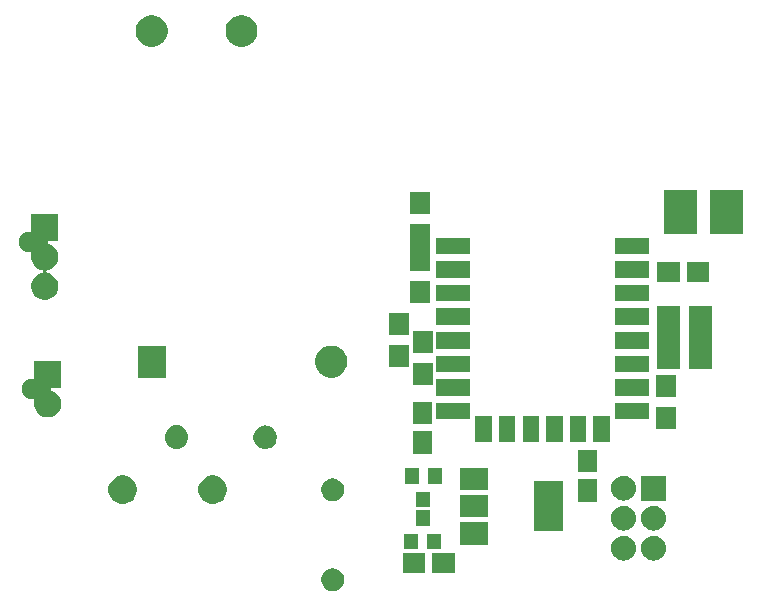
<source format=gbr>
G04 #@! TF.GenerationSoftware,KiCad,Pcbnew,(5.0.2)-1*
G04 #@! TF.CreationDate,2020-01-19T23:31:25+01:00*
G04 #@! TF.ProjectId,loftrelayRound,6c6f6674-7265-46c6-9179-526f756e642e,rev?*
G04 #@! TF.SameCoordinates,Original*
G04 #@! TF.FileFunction,Soldermask,Top*
G04 #@! TF.FilePolarity,Negative*
%FSLAX46Y46*%
G04 Gerber Fmt 4.6, Leading zero omitted, Abs format (unit mm)*
G04 Created by KiCad (PCBNEW (5.0.2)-1) date 19/01/2020 23:31:25*
%MOMM*%
%LPD*%
G01*
G04 APERTURE LIST*
%ADD10C,0.100000*%
G04 APERTURE END LIST*
D10*
G36*
X147507287Y-139393446D02*
X147600022Y-139411892D01*
X147774731Y-139484259D01*
X147929872Y-139587921D01*
X147931967Y-139589321D01*
X148065679Y-139723033D01*
X148170742Y-139880271D01*
X148243108Y-140054979D01*
X148280000Y-140240447D01*
X148280000Y-140429553D01*
X148243108Y-140615021D01*
X148170742Y-140789729D01*
X148065679Y-140946967D01*
X147931967Y-141080679D01*
X147931964Y-141080681D01*
X147774731Y-141185741D01*
X147600022Y-141258108D01*
X147507287Y-141276554D01*
X147414553Y-141295000D01*
X147225447Y-141295000D01*
X147132713Y-141276554D01*
X147039978Y-141258108D01*
X146865269Y-141185741D01*
X146708036Y-141080681D01*
X146708033Y-141080679D01*
X146574321Y-140946967D01*
X146469258Y-140789729D01*
X146396892Y-140615021D01*
X146360000Y-140429553D01*
X146360000Y-140240447D01*
X146396892Y-140054979D01*
X146469258Y-139880271D01*
X146574321Y-139723033D01*
X146708033Y-139589321D01*
X146710128Y-139587922D01*
X146865269Y-139484259D01*
X147039978Y-139411892D01*
X147132713Y-139393446D01*
X147225447Y-139375000D01*
X147414553Y-139375000D01*
X147507287Y-139393446D01*
X147507287Y-139393446D01*
G37*
G36*
X157668000Y-139763000D02*
X155768000Y-139763000D01*
X155768000Y-138113000D01*
X157668000Y-138113000D01*
X157668000Y-139763000D01*
X157668000Y-139763000D01*
G37*
G36*
X155168000Y-139763000D02*
X153268000Y-139763000D01*
X153268000Y-138113000D01*
X155168000Y-138113000D01*
X155168000Y-139763000D01*
X155168000Y-139763000D01*
G37*
G36*
X174626707Y-136625597D02*
X174703836Y-136633193D01*
X174835787Y-136673220D01*
X174901763Y-136693233D01*
X175084172Y-136790733D01*
X175244054Y-136921946D01*
X175375267Y-137081828D01*
X175472767Y-137264237D01*
X175472767Y-137264238D01*
X175532807Y-137462164D01*
X175553080Y-137668000D01*
X175532807Y-137873836D01*
X175492780Y-138005787D01*
X175472767Y-138071763D01*
X175375267Y-138254172D01*
X175244054Y-138414054D01*
X175084172Y-138545267D01*
X174901763Y-138642767D01*
X174835787Y-138662780D01*
X174703836Y-138702807D01*
X174626707Y-138710403D01*
X174549580Y-138718000D01*
X174446420Y-138718000D01*
X174369293Y-138710403D01*
X174292164Y-138702807D01*
X174160213Y-138662780D01*
X174094237Y-138642767D01*
X173911828Y-138545267D01*
X173751946Y-138414054D01*
X173620733Y-138254172D01*
X173523233Y-138071763D01*
X173503220Y-138005787D01*
X173463193Y-137873836D01*
X173442920Y-137668000D01*
X173463193Y-137462164D01*
X173523233Y-137264238D01*
X173523233Y-137264237D01*
X173620733Y-137081828D01*
X173751946Y-136921946D01*
X173911828Y-136790733D01*
X174094237Y-136693233D01*
X174160213Y-136673220D01*
X174292164Y-136633193D01*
X174369293Y-136625597D01*
X174446420Y-136618000D01*
X174549580Y-136618000D01*
X174626707Y-136625597D01*
X174626707Y-136625597D01*
G37*
G36*
X172086707Y-136625597D02*
X172163836Y-136633193D01*
X172295787Y-136673220D01*
X172361763Y-136693233D01*
X172544172Y-136790733D01*
X172704054Y-136921946D01*
X172835267Y-137081828D01*
X172932767Y-137264237D01*
X172932767Y-137264238D01*
X172992807Y-137462164D01*
X173013080Y-137668000D01*
X172992807Y-137873836D01*
X172952780Y-138005787D01*
X172932767Y-138071763D01*
X172835267Y-138254172D01*
X172704054Y-138414054D01*
X172544172Y-138545267D01*
X172361763Y-138642767D01*
X172295787Y-138662780D01*
X172163836Y-138702807D01*
X172086707Y-138710403D01*
X172009580Y-138718000D01*
X171906420Y-138718000D01*
X171829293Y-138710403D01*
X171752164Y-138702807D01*
X171620213Y-138662780D01*
X171554237Y-138642767D01*
X171371828Y-138545267D01*
X171211946Y-138414054D01*
X171080733Y-138254172D01*
X170983233Y-138071763D01*
X170963220Y-138005787D01*
X170923193Y-137873836D01*
X170902920Y-137668000D01*
X170923193Y-137462164D01*
X170983233Y-137264238D01*
X170983233Y-137264237D01*
X171080733Y-137081828D01*
X171211946Y-136921946D01*
X171371828Y-136790733D01*
X171554237Y-136693233D01*
X171620213Y-136673220D01*
X171752164Y-136633193D01*
X171829293Y-136625597D01*
X171906420Y-136618000D01*
X172009580Y-136618000D01*
X172086707Y-136625597D01*
X172086707Y-136625597D01*
G37*
G36*
X154590000Y-137778000D02*
X153390000Y-137778000D01*
X153390000Y-136478000D01*
X154590000Y-136478000D01*
X154590000Y-137778000D01*
X154590000Y-137778000D01*
G37*
G36*
X156490000Y-137778000D02*
X155290000Y-137778000D01*
X155290000Y-136478000D01*
X156490000Y-136478000D01*
X156490000Y-137778000D01*
X156490000Y-137778000D01*
G37*
G36*
X160508000Y-137362000D02*
X158108000Y-137362000D01*
X158108000Y-135462000D01*
X160508000Y-135462000D01*
X160508000Y-137362000D01*
X160508000Y-137362000D01*
G37*
G36*
X166808000Y-136212000D02*
X164408000Y-136212000D01*
X164408000Y-132012000D01*
X166808000Y-132012000D01*
X166808000Y-136212000D01*
X166808000Y-136212000D01*
G37*
G36*
X172086707Y-134085597D02*
X172163836Y-134093193D01*
X172295787Y-134133220D01*
X172361763Y-134153233D01*
X172544172Y-134250733D01*
X172704054Y-134381946D01*
X172835267Y-134541828D01*
X172932767Y-134724237D01*
X172932767Y-134724238D01*
X172992807Y-134922164D01*
X173013080Y-135128000D01*
X172992807Y-135333836D01*
X172953929Y-135462000D01*
X172932767Y-135531763D01*
X172835267Y-135714172D01*
X172704054Y-135874054D01*
X172544172Y-136005267D01*
X172361763Y-136102767D01*
X172295787Y-136122780D01*
X172163836Y-136162807D01*
X172086707Y-136170403D01*
X172009580Y-136178000D01*
X171906420Y-136178000D01*
X171829293Y-136170403D01*
X171752164Y-136162807D01*
X171620213Y-136122780D01*
X171554237Y-136102767D01*
X171371828Y-136005267D01*
X171211946Y-135874054D01*
X171080733Y-135714172D01*
X170983233Y-135531763D01*
X170962071Y-135462000D01*
X170923193Y-135333836D01*
X170902920Y-135128000D01*
X170923193Y-134922164D01*
X170983233Y-134724238D01*
X170983233Y-134724237D01*
X171080733Y-134541828D01*
X171211946Y-134381946D01*
X171371828Y-134250733D01*
X171554237Y-134153233D01*
X171620213Y-134133220D01*
X171752164Y-134093193D01*
X171829293Y-134085597D01*
X171906420Y-134078000D01*
X172009580Y-134078000D01*
X172086707Y-134085597D01*
X172086707Y-134085597D01*
G37*
G36*
X174626707Y-134085597D02*
X174703836Y-134093193D01*
X174835787Y-134133220D01*
X174901763Y-134153233D01*
X175084172Y-134250733D01*
X175244054Y-134381946D01*
X175375267Y-134541828D01*
X175472767Y-134724237D01*
X175472767Y-134724238D01*
X175532807Y-134922164D01*
X175553080Y-135128000D01*
X175532807Y-135333836D01*
X175493929Y-135462000D01*
X175472767Y-135531763D01*
X175375267Y-135714172D01*
X175244054Y-135874054D01*
X175084172Y-136005267D01*
X174901763Y-136102767D01*
X174835787Y-136122780D01*
X174703836Y-136162807D01*
X174626707Y-136170403D01*
X174549580Y-136178000D01*
X174446420Y-136178000D01*
X174369293Y-136170403D01*
X174292164Y-136162807D01*
X174160213Y-136122780D01*
X174094237Y-136102767D01*
X173911828Y-136005267D01*
X173751946Y-135874054D01*
X173620733Y-135714172D01*
X173523233Y-135531763D01*
X173502071Y-135462000D01*
X173463193Y-135333836D01*
X173442920Y-135128000D01*
X173463193Y-134922164D01*
X173523233Y-134724238D01*
X173523233Y-134724237D01*
X173620733Y-134541828D01*
X173751946Y-134381946D01*
X173911828Y-134250733D01*
X174094237Y-134153233D01*
X174160213Y-134133220D01*
X174292164Y-134093193D01*
X174369293Y-134085597D01*
X174446420Y-134078000D01*
X174549580Y-134078000D01*
X174626707Y-134085597D01*
X174626707Y-134085597D01*
G37*
G36*
X155540000Y-135778000D02*
X154340000Y-135778000D01*
X154340000Y-134478000D01*
X155540000Y-134478000D01*
X155540000Y-135778000D01*
X155540000Y-135778000D01*
G37*
G36*
X160508000Y-135062000D02*
X158108000Y-135062000D01*
X158108000Y-133162000D01*
X160508000Y-133162000D01*
X160508000Y-135062000D01*
X160508000Y-135062000D01*
G37*
G36*
X155606000Y-134222000D02*
X154406000Y-134222000D01*
X154406000Y-132922000D01*
X155606000Y-132922000D01*
X155606000Y-134222000D01*
X155606000Y-134222000D01*
G37*
G36*
X137510026Y-131561115D02*
X137728412Y-131651573D01*
X137924958Y-131782901D01*
X138092099Y-131950042D01*
X138223427Y-132146588D01*
X138313885Y-132364974D01*
X138360000Y-132596809D01*
X138360000Y-132833191D01*
X138313885Y-133065026D01*
X138223427Y-133283412D01*
X138092099Y-133479958D01*
X137924958Y-133647099D01*
X137728412Y-133778427D01*
X137510026Y-133868885D01*
X137278191Y-133915000D01*
X137041809Y-133915000D01*
X136809974Y-133868885D01*
X136591588Y-133778427D01*
X136395042Y-133647099D01*
X136227901Y-133479958D01*
X136096573Y-133283412D01*
X136006115Y-133065026D01*
X135960000Y-132833191D01*
X135960000Y-132596809D01*
X136006115Y-132364974D01*
X136096573Y-132146588D01*
X136227901Y-131950042D01*
X136395042Y-131782901D01*
X136591588Y-131651573D01*
X136809974Y-131561115D01*
X137041809Y-131515000D01*
X137278191Y-131515000D01*
X137510026Y-131561115D01*
X137510026Y-131561115D01*
G37*
G36*
X129890026Y-131561115D02*
X130108412Y-131651573D01*
X130304958Y-131782901D01*
X130472099Y-131950042D01*
X130603427Y-132146588D01*
X130693885Y-132364974D01*
X130740000Y-132596809D01*
X130740000Y-132833191D01*
X130693885Y-133065026D01*
X130603427Y-133283412D01*
X130472099Y-133479958D01*
X130304958Y-133647099D01*
X130108412Y-133778427D01*
X129890026Y-133868885D01*
X129658191Y-133915000D01*
X129421809Y-133915000D01*
X129189974Y-133868885D01*
X128971588Y-133778427D01*
X128775042Y-133647099D01*
X128607901Y-133479958D01*
X128476573Y-133283412D01*
X128386115Y-133065026D01*
X128340000Y-132833191D01*
X128340000Y-132596809D01*
X128386115Y-132364974D01*
X128476573Y-132146588D01*
X128607901Y-131950042D01*
X128775042Y-131782901D01*
X128971588Y-131651573D01*
X129189974Y-131561115D01*
X129421809Y-131515000D01*
X129658191Y-131515000D01*
X129890026Y-131561115D01*
X129890026Y-131561115D01*
G37*
G36*
X169735000Y-133752000D02*
X168085000Y-133752000D01*
X168085000Y-131852000D01*
X169735000Y-131852000D01*
X169735000Y-133752000D01*
X169735000Y-133752000D01*
G37*
G36*
X147507287Y-131773446D02*
X147600022Y-131791892D01*
X147774731Y-131864259D01*
X147903114Y-131950042D01*
X147931967Y-131969321D01*
X148065679Y-132103033D01*
X148065681Y-132103036D01*
X148170741Y-132260269D01*
X148243108Y-132434978D01*
X148280000Y-132620448D01*
X148280000Y-132809552D01*
X148243108Y-132995022D01*
X148170741Y-133169731D01*
X148094782Y-133283412D01*
X148065679Y-133326967D01*
X147931967Y-133460679D01*
X147931964Y-133460681D01*
X147774731Y-133565741D01*
X147600022Y-133638108D01*
X147507287Y-133656554D01*
X147414553Y-133675000D01*
X147225447Y-133675000D01*
X147132713Y-133656554D01*
X147039978Y-133638108D01*
X146865269Y-133565741D01*
X146708036Y-133460681D01*
X146708033Y-133460679D01*
X146574321Y-133326967D01*
X146545218Y-133283412D01*
X146469259Y-133169731D01*
X146396892Y-132995022D01*
X146360000Y-132809552D01*
X146360000Y-132620448D01*
X146396892Y-132434978D01*
X146469259Y-132260269D01*
X146574319Y-132103036D01*
X146574321Y-132103033D01*
X146708033Y-131969321D01*
X146736886Y-131950042D01*
X146865269Y-131864259D01*
X147039978Y-131791892D01*
X147132713Y-131773446D01*
X147225447Y-131755000D01*
X147414553Y-131755000D01*
X147507287Y-131773446D01*
X147507287Y-131773446D01*
G37*
G36*
X172086707Y-131545597D02*
X172163836Y-131553193D01*
X172295787Y-131593220D01*
X172361763Y-131613233D01*
X172544172Y-131710733D01*
X172704054Y-131841946D01*
X172835267Y-132001828D01*
X172932767Y-132184237D01*
X172932767Y-132184238D01*
X172992807Y-132382164D01*
X173013080Y-132588000D01*
X172992807Y-132793836D01*
X172953929Y-132922000D01*
X172932767Y-132991763D01*
X172835267Y-133174172D01*
X172704054Y-133334054D01*
X172544172Y-133465267D01*
X172361763Y-133562767D01*
X172295787Y-133582780D01*
X172163836Y-133622807D01*
X172086707Y-133630403D01*
X172009580Y-133638000D01*
X171906420Y-133638000D01*
X171829293Y-133630403D01*
X171752164Y-133622807D01*
X171620213Y-133582780D01*
X171554237Y-133562767D01*
X171371828Y-133465267D01*
X171211946Y-133334054D01*
X171080733Y-133174172D01*
X170983233Y-132991763D01*
X170962071Y-132922000D01*
X170923193Y-132793836D01*
X170902920Y-132588000D01*
X170923193Y-132382164D01*
X170983233Y-132184238D01*
X170983233Y-132184237D01*
X171080733Y-132001828D01*
X171211946Y-131841946D01*
X171371828Y-131710733D01*
X171554237Y-131613233D01*
X171620213Y-131593220D01*
X171752164Y-131553193D01*
X171829293Y-131545597D01*
X171906420Y-131538000D01*
X172009580Y-131538000D01*
X172086707Y-131545597D01*
X172086707Y-131545597D01*
G37*
G36*
X175548000Y-133638000D02*
X173448000Y-133638000D01*
X173448000Y-131538000D01*
X175548000Y-131538000D01*
X175548000Y-133638000D01*
X175548000Y-133638000D01*
G37*
G36*
X160508000Y-132762000D02*
X158108000Y-132762000D01*
X158108000Y-130862000D01*
X160508000Y-130862000D01*
X160508000Y-132762000D01*
X160508000Y-132762000D01*
G37*
G36*
X156556000Y-132222000D02*
X155356000Y-132222000D01*
X155356000Y-130922000D01*
X156556000Y-130922000D01*
X156556000Y-132222000D01*
X156556000Y-132222000D01*
G37*
G36*
X154656000Y-132222000D02*
X153456000Y-132222000D01*
X153456000Y-130922000D01*
X154656000Y-130922000D01*
X154656000Y-132222000D01*
X154656000Y-132222000D01*
G37*
G36*
X169735000Y-131252000D02*
X168085000Y-131252000D01*
X168085000Y-129352000D01*
X169735000Y-129352000D01*
X169735000Y-131252000D01*
X169735000Y-131252000D01*
G37*
G36*
X155765000Y-129688000D02*
X154115000Y-129688000D01*
X154115000Y-127788000D01*
X155765000Y-127788000D01*
X155765000Y-129688000D01*
X155765000Y-129688000D01*
G37*
G36*
X141780770Y-127285372D02*
X141896689Y-127308429D01*
X142078678Y-127383811D01*
X142242463Y-127493249D01*
X142381751Y-127632537D01*
X142491189Y-127796322D01*
X142566571Y-127978311D01*
X142605000Y-128171509D01*
X142605000Y-128368491D01*
X142566571Y-128561689D01*
X142491189Y-128743678D01*
X142381751Y-128907463D01*
X142242463Y-129046751D01*
X142078678Y-129156189D01*
X141896689Y-129231571D01*
X141780770Y-129254628D01*
X141703493Y-129270000D01*
X141506507Y-129270000D01*
X141429230Y-129254628D01*
X141313311Y-129231571D01*
X141131322Y-129156189D01*
X140967537Y-129046751D01*
X140828249Y-128907463D01*
X140718811Y-128743678D01*
X140643429Y-128561689D01*
X140605000Y-128368491D01*
X140605000Y-128171509D01*
X140643429Y-127978311D01*
X140718811Y-127796322D01*
X140828249Y-127632537D01*
X140967537Y-127493249D01*
X141131322Y-127383811D01*
X141313311Y-127308429D01*
X141429230Y-127285372D01*
X141506507Y-127270000D01*
X141703493Y-127270000D01*
X141780770Y-127285372D01*
X141780770Y-127285372D01*
G37*
G36*
X134301030Y-127284469D02*
X134301033Y-127284470D01*
X134301034Y-127284470D01*
X134489535Y-127341651D01*
X134489537Y-127341652D01*
X134663260Y-127434509D01*
X134815528Y-127559472D01*
X134940491Y-127711740D01*
X135033348Y-127885463D01*
X135090531Y-128073970D01*
X135109838Y-128270000D01*
X135090531Y-128466030D01*
X135033348Y-128654537D01*
X134940491Y-128828260D01*
X134815528Y-128980528D01*
X134663260Y-129105491D01*
X134663258Y-129105492D01*
X134489535Y-129198349D01*
X134301034Y-129255530D01*
X134301033Y-129255530D01*
X134301030Y-129255531D01*
X134154124Y-129270000D01*
X134055876Y-129270000D01*
X133908970Y-129255531D01*
X133908967Y-129255530D01*
X133908966Y-129255530D01*
X133720465Y-129198349D01*
X133546742Y-129105492D01*
X133546740Y-129105491D01*
X133394472Y-128980528D01*
X133269509Y-128828260D01*
X133176652Y-128654537D01*
X133119469Y-128466030D01*
X133100162Y-128270000D01*
X133119469Y-128073970D01*
X133176652Y-127885463D01*
X133269509Y-127711740D01*
X133394472Y-127559472D01*
X133546740Y-127434509D01*
X133720463Y-127341652D01*
X133720465Y-127341651D01*
X133908966Y-127284470D01*
X133908967Y-127284470D01*
X133908970Y-127284469D01*
X134055876Y-127270000D01*
X134154124Y-127270000D01*
X134301030Y-127284469D01*
X134301030Y-127284469D01*
G37*
G36*
X164800000Y-128670000D02*
X163400000Y-128670000D01*
X163400000Y-126470000D01*
X164800000Y-126470000D01*
X164800000Y-128670000D01*
X164800000Y-128670000D01*
G37*
G36*
X162800000Y-128670000D02*
X161400000Y-128670000D01*
X161400000Y-126470000D01*
X162800000Y-126470000D01*
X162800000Y-128670000D01*
X162800000Y-128670000D01*
G37*
G36*
X160800000Y-128670000D02*
X159400000Y-128670000D01*
X159400000Y-126470000D01*
X160800000Y-126470000D01*
X160800000Y-128670000D01*
X160800000Y-128670000D01*
G37*
G36*
X170800000Y-128670000D02*
X169400000Y-128670000D01*
X169400000Y-126470000D01*
X170800000Y-126470000D01*
X170800000Y-128670000D01*
X170800000Y-128670000D01*
G37*
G36*
X168800000Y-128670000D02*
X167400000Y-128670000D01*
X167400000Y-126470000D01*
X168800000Y-126470000D01*
X168800000Y-128670000D01*
X168800000Y-128670000D01*
G37*
G36*
X166800000Y-128670000D02*
X165400000Y-128670000D01*
X165400000Y-126470000D01*
X166800000Y-126470000D01*
X166800000Y-128670000D01*
X166800000Y-128670000D01*
G37*
G36*
X176364000Y-127602000D02*
X174664000Y-127602000D01*
X174664000Y-125702000D01*
X176364000Y-125702000D01*
X176364000Y-127602000D01*
X176364000Y-127602000D01*
G37*
G36*
X155765000Y-127188000D02*
X154115000Y-127188000D01*
X154115000Y-125288000D01*
X155765000Y-125288000D01*
X155765000Y-127188000D01*
X155765000Y-127188000D01*
G37*
G36*
X174150000Y-126770000D02*
X171250000Y-126770000D01*
X171250000Y-125370000D01*
X174150000Y-125370000D01*
X174150000Y-126770000D01*
X174150000Y-126770000D01*
G37*
G36*
X158950000Y-126770000D02*
X156050000Y-126770000D01*
X156050000Y-125370000D01*
X158950000Y-125370000D01*
X158950000Y-126770000D01*
X158950000Y-126770000D01*
G37*
G36*
X124340000Y-124086000D02*
X123564323Y-124086000D01*
X123539937Y-124088402D01*
X123516488Y-124095515D01*
X123494877Y-124107066D01*
X123475935Y-124122612D01*
X123460389Y-124141554D01*
X123448838Y-124163165D01*
X123441725Y-124186614D01*
X123439323Y-124211000D01*
X123441725Y-124235386D01*
X123448838Y-124258835D01*
X123460389Y-124280446D01*
X123475935Y-124299388D01*
X123494877Y-124314934D01*
X123516488Y-124326485D01*
X123525442Y-124330194D01*
X123525443Y-124330194D01*
X123593741Y-124358484D01*
X123734728Y-124416883D01*
X123923085Y-124542739D01*
X124083261Y-124702915D01*
X124209117Y-124891272D01*
X124295806Y-125100557D01*
X124340000Y-125322734D01*
X124340000Y-125549266D01*
X124295806Y-125771443D01*
X124209117Y-125980728D01*
X124083261Y-126169085D01*
X123923085Y-126329261D01*
X123734728Y-126455117D01*
X123525443Y-126541806D01*
X123303266Y-126586000D01*
X123076734Y-126586000D01*
X122854557Y-126541806D01*
X122645272Y-126455117D01*
X122456915Y-126329261D01*
X122296739Y-126169085D01*
X122170883Y-125980728D01*
X122084194Y-125771443D01*
X122040000Y-125549266D01*
X122040000Y-125322733D01*
X122067320Y-125185386D01*
X122069722Y-125161000D01*
X122067320Y-125136614D01*
X122060207Y-125113165D01*
X122048656Y-125091554D01*
X122033110Y-125072612D01*
X122014168Y-125057066D01*
X121992557Y-125045515D01*
X121969108Y-125038402D01*
X121944722Y-125036000D01*
X121766281Y-125036000D01*
X121602066Y-125003336D01*
X121447373Y-124939260D01*
X121308153Y-124846236D01*
X121189764Y-124727847D01*
X121096740Y-124588627D01*
X121032664Y-124433934D01*
X121000000Y-124269719D01*
X121000000Y-124102281D01*
X121032664Y-123938066D01*
X121096740Y-123783373D01*
X121189764Y-123644153D01*
X121308153Y-123525764D01*
X121447373Y-123432740D01*
X121602066Y-123368664D01*
X121766281Y-123336000D01*
X121915000Y-123336000D01*
X121939386Y-123333598D01*
X121962835Y-123326485D01*
X121984446Y-123314934D01*
X122003388Y-123299388D01*
X122018934Y-123280446D01*
X122030485Y-123258835D01*
X122037598Y-123235386D01*
X122040000Y-123211000D01*
X122040000Y-121786000D01*
X124340000Y-121786000D01*
X124340000Y-124086000D01*
X124340000Y-124086000D01*
G37*
G36*
X176364000Y-124902000D02*
X174664000Y-124902000D01*
X174664000Y-123002000D01*
X176364000Y-123002000D01*
X176364000Y-124902000D01*
X176364000Y-124902000D01*
G37*
G36*
X174150000Y-124770000D02*
X171250000Y-124770000D01*
X171250000Y-123370000D01*
X174150000Y-123370000D01*
X174150000Y-124770000D01*
X174150000Y-124770000D01*
G37*
G36*
X158950000Y-124770000D02*
X156050000Y-124770000D01*
X156050000Y-123370000D01*
X158950000Y-123370000D01*
X158950000Y-124770000D01*
X158950000Y-124770000D01*
G37*
G36*
X155790000Y-123886000D02*
X154090000Y-123886000D01*
X154090000Y-121986000D01*
X155790000Y-121986000D01*
X155790000Y-123886000D01*
X155790000Y-123886000D01*
G37*
G36*
X133210001Y-123224999D02*
X130810001Y-123224999D01*
X130810001Y-120524999D01*
X133210001Y-120524999D01*
X133210001Y-123224999D01*
X133210001Y-123224999D01*
G37*
G36*
X147603779Y-120576878D02*
X147849467Y-120678645D01*
X148070579Y-120826388D01*
X148258612Y-121014421D01*
X148406355Y-121235533D01*
X148508122Y-121481221D01*
X148560001Y-121742034D01*
X148560001Y-122007964D01*
X148508122Y-122268777D01*
X148406355Y-122514465D01*
X148258612Y-122735577D01*
X148070579Y-122923610D01*
X147849467Y-123071353D01*
X147603779Y-123173120D01*
X147342966Y-123224999D01*
X147077036Y-123224999D01*
X146816223Y-123173120D01*
X146570535Y-123071353D01*
X146349423Y-122923610D01*
X146161390Y-122735577D01*
X146013647Y-122514465D01*
X145911880Y-122268777D01*
X145860001Y-122007964D01*
X145860001Y-121742034D01*
X145911880Y-121481221D01*
X146013647Y-121235533D01*
X146161390Y-121014421D01*
X146349423Y-120826388D01*
X146570535Y-120678645D01*
X146816223Y-120576878D01*
X147077036Y-120524999D01*
X147342966Y-120524999D01*
X147603779Y-120576878D01*
X147603779Y-120576878D01*
G37*
G36*
X174150000Y-122770000D02*
X171250000Y-122770000D01*
X171250000Y-121370000D01*
X174150000Y-121370000D01*
X174150000Y-122770000D01*
X174150000Y-122770000D01*
G37*
G36*
X158950000Y-122770000D02*
X156050000Y-122770000D01*
X156050000Y-121370000D01*
X158950000Y-121370000D01*
X158950000Y-122770000D01*
X158950000Y-122770000D01*
G37*
G36*
X179418000Y-122516000D02*
X177518000Y-122516000D01*
X177518000Y-117150000D01*
X179418000Y-117150000D01*
X179418000Y-122516000D01*
X179418000Y-122516000D01*
G37*
G36*
X176718000Y-122516000D02*
X174818000Y-122516000D01*
X174818000Y-117150000D01*
X176718000Y-117150000D01*
X176718000Y-122516000D01*
X176718000Y-122516000D01*
G37*
G36*
X153758000Y-122362000D02*
X152058000Y-122362000D01*
X152058000Y-120462000D01*
X153758000Y-120462000D01*
X153758000Y-122362000D01*
X153758000Y-122362000D01*
G37*
G36*
X155790000Y-121186000D02*
X154090000Y-121186000D01*
X154090000Y-119286000D01*
X155790000Y-119286000D01*
X155790000Y-121186000D01*
X155790000Y-121186000D01*
G37*
G36*
X158950000Y-120770000D02*
X156050000Y-120770000D01*
X156050000Y-119370000D01*
X158950000Y-119370000D01*
X158950000Y-120770000D01*
X158950000Y-120770000D01*
G37*
G36*
X174150000Y-120770000D02*
X171250000Y-120770000D01*
X171250000Y-119370000D01*
X174150000Y-119370000D01*
X174150000Y-120770000D01*
X174150000Y-120770000D01*
G37*
G36*
X153758000Y-119662000D02*
X152058000Y-119662000D01*
X152058000Y-117762000D01*
X153758000Y-117762000D01*
X153758000Y-119662000D01*
X153758000Y-119662000D01*
G37*
G36*
X158950000Y-118770000D02*
X156050000Y-118770000D01*
X156050000Y-117370000D01*
X158950000Y-117370000D01*
X158950000Y-118770000D01*
X158950000Y-118770000D01*
G37*
G36*
X174150000Y-118770000D02*
X171250000Y-118770000D01*
X171250000Y-117370000D01*
X174150000Y-117370000D01*
X174150000Y-118770000D01*
X174150000Y-118770000D01*
G37*
G36*
X155536000Y-116934000D02*
X153836000Y-116934000D01*
X153836000Y-115034000D01*
X155536000Y-115034000D01*
X155536000Y-116934000D01*
X155536000Y-116934000D01*
G37*
G36*
X158950000Y-116770000D02*
X156050000Y-116770000D01*
X156050000Y-115370000D01*
X158950000Y-115370000D01*
X158950000Y-116770000D01*
X158950000Y-116770000D01*
G37*
G36*
X174150000Y-116770000D02*
X171250000Y-116770000D01*
X171250000Y-115370000D01*
X174150000Y-115370000D01*
X174150000Y-116770000D01*
X174150000Y-116770000D01*
G37*
G36*
X124086000Y-111640000D02*
X123310323Y-111640000D01*
X123285937Y-111642402D01*
X123262488Y-111649515D01*
X123240877Y-111661066D01*
X123221935Y-111676612D01*
X123206389Y-111695554D01*
X123194838Y-111717165D01*
X123187725Y-111740614D01*
X123185323Y-111765000D01*
X123187725Y-111789386D01*
X123194838Y-111812835D01*
X123206389Y-111834446D01*
X123221935Y-111853388D01*
X123240877Y-111868934D01*
X123262488Y-111880485D01*
X123271442Y-111884194D01*
X123271443Y-111884194D01*
X123339741Y-111912484D01*
X123480728Y-111970883D01*
X123669085Y-112096739D01*
X123829261Y-112256915D01*
X123955117Y-112445272D01*
X124041806Y-112654557D01*
X124086000Y-112876734D01*
X124086000Y-113103266D01*
X124041806Y-113325443D01*
X123955117Y-113534728D01*
X123829261Y-113723085D01*
X123669085Y-113883261D01*
X123480728Y-114009117D01*
X123271443Y-114095806D01*
X123162871Y-114117402D01*
X123139423Y-114124515D01*
X123117813Y-114136066D01*
X123098870Y-114151612D01*
X123083325Y-114170554D01*
X123071774Y-114192165D01*
X123064661Y-114215614D01*
X123062259Y-114240000D01*
X123064661Y-114264387D01*
X123071774Y-114287836D01*
X123083325Y-114309446D01*
X123098871Y-114328389D01*
X123117813Y-114343934D01*
X123139424Y-114355485D01*
X123162871Y-114362598D01*
X123271443Y-114384194D01*
X123480728Y-114470883D01*
X123669085Y-114596739D01*
X123829261Y-114756915D01*
X123955117Y-114945272D01*
X124041806Y-115154557D01*
X124086000Y-115376734D01*
X124086000Y-115603266D01*
X124041806Y-115825443D01*
X123955117Y-116034728D01*
X123829261Y-116223085D01*
X123669085Y-116383261D01*
X123480728Y-116509117D01*
X123271443Y-116595806D01*
X123049266Y-116640000D01*
X122822734Y-116640000D01*
X122600557Y-116595806D01*
X122391272Y-116509117D01*
X122202915Y-116383261D01*
X122042739Y-116223085D01*
X121916883Y-116034728D01*
X121830194Y-115825443D01*
X121786000Y-115603266D01*
X121786000Y-115376734D01*
X121830194Y-115154557D01*
X121916883Y-114945272D01*
X122042739Y-114756915D01*
X122202915Y-114596739D01*
X122391272Y-114470883D01*
X122600557Y-114384194D01*
X122709129Y-114362598D01*
X122732577Y-114355485D01*
X122754187Y-114343934D01*
X122773130Y-114328388D01*
X122788675Y-114309446D01*
X122800226Y-114287835D01*
X122807339Y-114264386D01*
X122809741Y-114240000D01*
X122807339Y-114215613D01*
X122800226Y-114192164D01*
X122788675Y-114170554D01*
X122773129Y-114151611D01*
X122754187Y-114136066D01*
X122732576Y-114124515D01*
X122709129Y-114117402D01*
X122600557Y-114095806D01*
X122391272Y-114009117D01*
X122202915Y-113883261D01*
X122042739Y-113723085D01*
X121916883Y-113534728D01*
X121830194Y-113325443D01*
X121786000Y-113103266D01*
X121786000Y-112876733D01*
X121813320Y-112739386D01*
X121815722Y-112715000D01*
X121813320Y-112690614D01*
X121806207Y-112667165D01*
X121794656Y-112645554D01*
X121779110Y-112626612D01*
X121760168Y-112611066D01*
X121738557Y-112599515D01*
X121715108Y-112592402D01*
X121690722Y-112590000D01*
X121512281Y-112590000D01*
X121348066Y-112557336D01*
X121193373Y-112493260D01*
X121054153Y-112400236D01*
X120935764Y-112281847D01*
X120842740Y-112142627D01*
X120778664Y-111987934D01*
X120746000Y-111823719D01*
X120746000Y-111656281D01*
X120778664Y-111492066D01*
X120842740Y-111337373D01*
X120935764Y-111198153D01*
X121054153Y-111079764D01*
X121193373Y-110986740D01*
X121348066Y-110922664D01*
X121512281Y-110890000D01*
X121661000Y-110890000D01*
X121685386Y-110887598D01*
X121708835Y-110880485D01*
X121730446Y-110868934D01*
X121749388Y-110853388D01*
X121764934Y-110834446D01*
X121776485Y-110812835D01*
X121783598Y-110789386D01*
X121786000Y-110765000D01*
X121786000Y-109340000D01*
X124086000Y-109340000D01*
X124086000Y-111640000D01*
X124086000Y-111640000D01*
G37*
G36*
X176718000Y-115125000D02*
X174818000Y-115125000D01*
X174818000Y-113475000D01*
X176718000Y-113475000D01*
X176718000Y-115125000D01*
X176718000Y-115125000D01*
G37*
G36*
X179218000Y-115125000D02*
X177318000Y-115125000D01*
X177318000Y-113475000D01*
X179218000Y-113475000D01*
X179218000Y-115125000D01*
X179218000Y-115125000D01*
G37*
G36*
X158950000Y-114770000D02*
X156050000Y-114770000D01*
X156050000Y-113370000D01*
X158950000Y-113370000D01*
X158950000Y-114770000D01*
X158950000Y-114770000D01*
G37*
G36*
X174150000Y-114770000D02*
X171250000Y-114770000D01*
X171250000Y-113370000D01*
X174150000Y-113370000D01*
X174150000Y-114770000D01*
X174150000Y-114770000D01*
G37*
G36*
X155536000Y-114234000D02*
X153836000Y-114234000D01*
X153836000Y-110208000D01*
X155536000Y-110208000D01*
X155536000Y-114234000D01*
X155536000Y-114234000D01*
G37*
G36*
X158950000Y-112770000D02*
X156050000Y-112770000D01*
X156050000Y-111370000D01*
X158950000Y-111370000D01*
X158950000Y-112770000D01*
X158950000Y-112770000D01*
G37*
G36*
X174150000Y-112770000D02*
X171250000Y-112770000D01*
X171250000Y-111370000D01*
X174150000Y-111370000D01*
X174150000Y-112770000D01*
X174150000Y-112770000D01*
G37*
G36*
X178184000Y-111060000D02*
X175384000Y-111060000D01*
X175384000Y-107380000D01*
X178184000Y-107380000D01*
X178184000Y-111060000D01*
X178184000Y-111060000D01*
G37*
G36*
X182084000Y-111060000D02*
X179284000Y-111060000D01*
X179284000Y-107380000D01*
X182084000Y-107380000D01*
X182084000Y-111060000D01*
X182084000Y-111060000D01*
G37*
G36*
X155536000Y-109408000D02*
X153836000Y-109408000D01*
X153836000Y-107508000D01*
X155536000Y-107508000D01*
X155536000Y-109408000D01*
X155536000Y-109408000D01*
G37*
G36*
X140003779Y-92576878D02*
X140249467Y-92678645D01*
X140470579Y-92826388D01*
X140658612Y-93014421D01*
X140806355Y-93235533D01*
X140908122Y-93481221D01*
X140960001Y-93742034D01*
X140960001Y-94007964D01*
X140908122Y-94268777D01*
X140806355Y-94514465D01*
X140658612Y-94735577D01*
X140470579Y-94923610D01*
X140249467Y-95071353D01*
X140003779Y-95173120D01*
X139742966Y-95224999D01*
X139477036Y-95224999D01*
X139216223Y-95173120D01*
X138970535Y-95071353D01*
X138749423Y-94923610D01*
X138561390Y-94735577D01*
X138413647Y-94514465D01*
X138311880Y-94268777D01*
X138260001Y-94007964D01*
X138260001Y-93742034D01*
X138311880Y-93481221D01*
X138413647Y-93235533D01*
X138561390Y-93014421D01*
X138749423Y-92826388D01*
X138970535Y-92678645D01*
X139216223Y-92576878D01*
X139477036Y-92524999D01*
X139742966Y-92524999D01*
X140003779Y-92576878D01*
X140003779Y-92576878D01*
G37*
G36*
X132403779Y-92576878D02*
X132649467Y-92678645D01*
X132870579Y-92826388D01*
X133058612Y-93014421D01*
X133206355Y-93235533D01*
X133308122Y-93481221D01*
X133360001Y-93742034D01*
X133360001Y-94007964D01*
X133308122Y-94268777D01*
X133206355Y-94514465D01*
X133058612Y-94735577D01*
X132870579Y-94923610D01*
X132649467Y-95071353D01*
X132403779Y-95173120D01*
X132142966Y-95224999D01*
X131877036Y-95224999D01*
X131616223Y-95173120D01*
X131370535Y-95071353D01*
X131149423Y-94923610D01*
X130961390Y-94735577D01*
X130813647Y-94514465D01*
X130711880Y-94268777D01*
X130660001Y-94007964D01*
X130660001Y-93742034D01*
X130711880Y-93481221D01*
X130813647Y-93235533D01*
X130961390Y-93014421D01*
X131149423Y-92826388D01*
X131370535Y-92678645D01*
X131616223Y-92576878D01*
X131877036Y-92524999D01*
X132142966Y-92524999D01*
X132403779Y-92576878D01*
X132403779Y-92576878D01*
G37*
M02*

</source>
